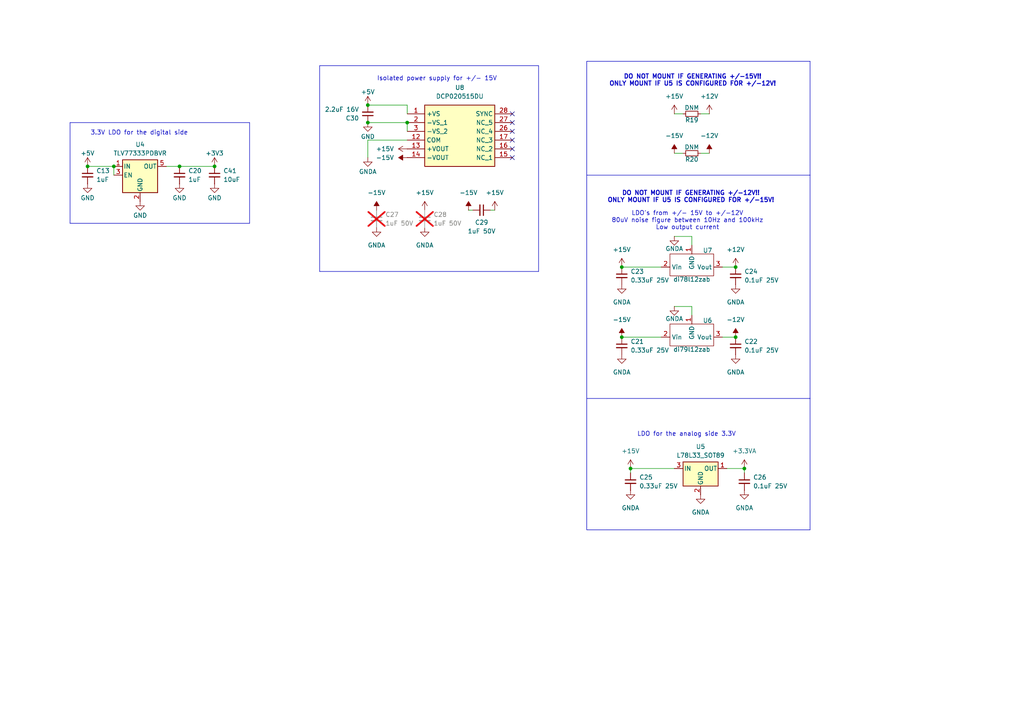
<source format=kicad_sch>
(kicad_sch (version 20231120) (generator "eeschema") (generator_version "8.0")
  (paper "A4")
  (lib_symbols
    (symbol "DCP020515DU:DCP020515DU"
      (property "Reference" "U" (at 26.67 7.62 0))
      (property "Value" "DCP020515DU" (at 26.67 5.08 0))
      (symbol "DCP020515DU_1_1"
        (rectangle (start 5.08 2.54) (end 25.4 -15.24) (stroke (width 0.254)) (fill (type background)))
        (pin passive line (at 0 0 0) (length 5.08) (name "+VS") (number "1"))
        (pin passive line (at 0 -7.62 0) (length 5.08) (name "COM") (number "12"))
        (pin passive line (at 0 -10.16 0) (length 5.08) (name "+VOUT") (number "13"))
        (pin passive line (at 0 -12.7 0) (length 5.08) (name "-VOUT") (number "14"))
        (pin passive line (at 30.48 -12.7 180) (length 5.08) (name "NC_1") (number "15"))
        (pin passive line (at 30.48 -10.16 180) (length 5.08) (name "NC_2") (number "16"))
        (pin passive line (at 30.48 -7.62 180) (length 5.08) (name "NC_3") (number "17"))
        (pin passive line (at 0 -2.54 0) (length 5.08) (name "-VS_1") (number "2"))
        (pin passive line (at 30.48 -5.08 180) (length 5.08) (name "NC_4") (number "26"))
        (pin passive line (at 30.48 -2.54 180) (length 5.08) (name "NC_5") (number "27"))
        (pin passive line (at 30.48 0 180) (length 5.08) (name "SYNC") (number "28"))
        (pin passive line (at 0 -5.08 0) (length 5.08) (name "-VS_2") (number "3"))
      )
    )
    (symbol "Device:C_Small" (pin_numbers hide) (pin_names (offset 0.254) hide)
      (property "Reference" "C" (at 0.254 1.778 0))
      (property "Value" "C_Small" (at 0.254 -2.032 0))
      (symbol "C_Small_0_1"
        (polyline (pts (xy -1.524 -0.508) (xy 1.524 -0.508)) (stroke (width 0.3302)))
        (polyline (pts (xy -1.524 0.508) (xy 1.524 0.508)) (stroke (width 0.3048)))
      )
      (symbol "C_Small_1_1"
        (pin passive line (at 0 2.54 270) (length 2.032) (name "~") (number "1"))
        (pin passive line (at 0 -2.54 90) (length 2.032) (name "~") (number "2"))
      )
    )
    (symbol "Device:R_Small" (pin_numbers hide) (pin_names (offset 0.254) hide)
      (property "Reference" "R" (at 0.762 0.508 0))
      (property "Value" "R_Small" (at 0.762 -1.016 0))
      (symbol "R_Small_0_1"
        (rectangle (start -0.762 1.778) (end 0.762 -1.778) (stroke (width 0.2032)))
      )
      (symbol "R_Small_1_1"
        (pin passive line (at 0 2.54 270) (length 0.762) (name "~") (number "1"))
        (pin passive line (at 0 -2.54 90) (length 0.762) (name "~") (number "2"))
      )
    )
    (symbol "Regulator_Linear:L78L33_SOT89" (pin_names (offset 0.254))
      (property "Reference" "U" (at -3.81 3.175 0))
      (property "Value" "L78L33_SOT89" (at -0.635 3.175 0))
      (symbol "L78L33_SOT89_0_1"
        (rectangle (start -5.08 1.905) (end 5.08 -5.08) (stroke (width 0.254)) (fill (type background)))
      )
      (symbol "L78L33_SOT89_1_1"
        (pin power_out line (at 7.62 0 180) (length 2.54) (name "OUT") (number "1"))
        (pin power_in line (at 0 -7.62 90) (length 2.54) (name "GND") (number "2"))
        (pin power_in line (at -7.62 0 0) (length 2.54) (name "IN") (number "3"))
      )
    )
    (symbol "Regulator_Linear:TLV71333PDBV" (pin_names (offset 0.254))
      (property "Reference" "U" (at -3.81 5.715 0))
      (property "Value" "TLV71333PDBV" (at 0 5.715 0))
      (symbol "TLV71333PDBV_0_1"
        (rectangle (start -5.08 4.445) (end 5.08 -5.08) (stroke (width 0.254)) (fill (type background)))
      )
      (symbol "TLV71333PDBV_1_1"
        (pin power_in line (at -7.62 2.54 0) (length 2.54) (name "IN") (number "1"))
        (pin power_in line (at 0 -7.62 90) (length 2.54) (name "GND") (number "2"))
        (pin input line (at -7.62 0 0) (length 2.54) (name "EN") (number "3"))
        (pin no_connect line (at 5.08 0 180) (length 2.54) hide (name "NC") (number "4"))
        (pin power_out line (at 7.62 2.54 180) (length 2.54) (name "OUT") (number "5"))
      )
    )
    (symbol "di79l12zab:di79l12zab"
      (property "Reference" "U" (at 8.382 7.366 0))
      (symbol "di79l12zab_0_1"
        (rectangle (start 0 6.35) (end 12.7 0))
      )
      (symbol "di79l12zab_1_1"
        (pin input line (at 6.35 8.89 270) (length 2.54) (name "GND") (number "1"))
        (pin input line (at -2.54 2.54 0) (length 2.54) (name "Vin") (number "2"))
        (pin output line (at 15.24 2.54 180) (length 2.54) (name "Vout") (number "3"))
      )
    )
    (symbol "power:+12V" (power) (pin_numbers hide) (pin_names (offset 0) hide)
      (property "Value" "+12V" (at 0 3.556 0))
      (symbol "+12V_0_1"
        (polyline (pts (xy -0.762 1.27) (xy 0 2.54)))
        (polyline (pts (xy 0 0) (xy 0 2.54)))
        (polyline (pts (xy 0 2.54) (xy 0.762 1.27)))
      )
      (symbol "+12V_1_1"
        (pin power_in line (at 0 0 90) (length 0) (name "~") (number "1"))
      )
    )
    (symbol "power:+15V" (power) (pin_numbers hide) (pin_names (offset 0) hide)
      (property "Value" "+15V" (at 0 3.556 0))
      (symbol "+15V_0_1"
        (polyline (pts (xy -0.762 1.27) (xy 0 2.54)))
        (polyline (pts (xy 0 0) (xy 0 2.54)))
        (polyline (pts (xy 0 2.54) (xy 0.762 1.27)))
      )
      (symbol "+15V_1_1"
        (pin power_in line (at 0 0 90) (length 0) (name "~") (number "1"))
      )
    )
    (symbol "power:+3.3VA" (power) (pin_numbers hide) (pin_names (offset 0) hide)
      (property "Value" "+3.3VA" (at 0 3.556 0))
      (symbol "+3.3VA_0_1"
        (polyline (pts (xy -0.762 1.27) (xy 0 2.54)))
        (polyline (pts (xy 0 0) (xy 0 2.54)))
        (polyline (pts (xy 0 2.54) (xy 0.762 1.27)))
      )
      (symbol "+3.3VA_1_1"
        (pin power_in line (at 0 0 90) (length 0) (name "~") (number "1"))
      )
    )
    (symbol "power:+3V3" (power) (pin_numbers hide) (pin_names (offset 0) hide)
      (property "Value" "+3V3" (at 0 3.556 0))
      (symbol "+3V3_0_1"
        (polyline (pts (xy -0.762 1.27) (xy 0 2.54)))
        (polyline (pts (xy 0 0) (xy 0 2.54)))
        (polyline (pts (xy 0 2.54) (xy 0.762 1.27)))
      )
      (symbol "+3V3_1_1"
        (pin power_in line (at 0 0 90) (length 0) (name "~") (number "1"))
      )
    )
    (symbol "power:+5V" (power) (pin_numbers hide) (pin_names (offset 0) hide)
      (property "Value" "+5V" (at 0 3.556 0))
      (symbol "+5V_0_1"
        (polyline (pts (xy -0.762 1.27) (xy 0 2.54)))
        (polyline (pts (xy 0 0) (xy 0 2.54)))
        (polyline (pts (xy 0 2.54) (xy 0.762 1.27)))
      )
      (symbol "+5V_1_1"
        (pin power_in line (at 0 0 90) (length 0) (name "~") (number "1"))
      )
    )
    (symbol "power:-12V" (power) (pin_numbers hide) (pin_names (offset 0) hide)
      (property "Value" "-12V" (at 0 3.556 0))
      (symbol "-12V_0_0"
        (pin power_in line (at 0 0 90) (length 0) (name "~") (number "1"))
      )
      (symbol "-12V_0_1"
        (polyline (pts (xy 0 0) (xy 0 1.27) (xy 0.762 1.27) (xy 0 2.54) (xy -0.762 1.27) (xy 0 1.27)) (fill (type outline)))
      )
    )
    (symbol "power:-15V" (power) (pin_numbers hide) (pin_names (offset 0) hide)
      (property "Value" "-15V" (at 0 3.556 0))
      (symbol "-15V_0_0"
        (pin power_in line (at 0 0 90) (length 0) (name "~") (number "1"))
      )
      (symbol "-15V_0_1"
        (polyline (pts (xy 0 0) (xy 0 1.27) (xy 0.762 1.27) (xy 0 2.54) (xy -0.762 1.27) (xy 0 1.27)) (fill (type outline)))
      )
    )
    (symbol "power:GND" (power) (pin_numbers hide) (pin_names (offset 0) hide)
      (property "Value" "GND" (at 0 -3.81 0))
      (symbol "GND_0_1"
        (polyline (pts (xy 0 0) (xy 0 -1.27) (xy 1.27 -1.27) (xy 0 -2.54) (xy -1.27 -1.27) (xy 0 -1.27)))
      )
      (symbol "GND_1_1"
        (pin power_in line (at 0 0 270) (length 0) (name "~") (number "1"))
      )
    )
    (symbol "power:GNDA" (power) (pin_numbers hide) (pin_names (offset 0) hide)
      (property "Value" "GNDA" (at 0 -3.81 0))
      (symbol "GNDA_0_1"
        (polyline (pts (xy 0 0) (xy 0 -1.27) (xy 1.27 -1.27) (xy 0 -2.54) (xy -1.27 -1.27) (xy 0 -1.27)))
      )
      (symbol "GNDA_1_1"
        (pin power_in line (at 0 0 270) (length 0) (name "~") (number "1"))
      )
    )
  )
  (junction (at 213.36 97.79))
  (junction (at 213.36 77.47))
  (junction (at 52.07 48.26))
  (junction (at 25.4 48.26))
  (junction (at 106.68 30.48))
  (junction (at 182.88 135.89))
  (junction (at 215.9 135.89))
  (junction (at 180.34 97.79))
  (junction (at 33.02 48.26))
  (junction (at 62.23 48.26))
  (junction (at 106.68 35.56))
  (junction (at 118.11 35.56))
  (junction (at 180.34 77.47))
  (no_connect (at 148.59 45.72))
  (no_connect (at 148.59 35.56))
  (no_connect (at 148.59 38.1))
  (no_connect (at 148.59 43.18))
  (no_connect (at 148.59 40.64))
  (no_connect (at 148.59 33.02))
  (polyline (pts (xy 234.95 17.78) (xy 234.95 50.8)))
  (wire (pts (xy 33.02 48.26) (xy 33.02 50.8)))
  (wire (pts (xy 195.58 88.9) (xy 200.66 88.9)))
  (wire (pts (xy 213.36 97.79) (xy 209.55 97.79)))
  (wire (pts (xy 135.89 60.96) (xy 137.16 60.96)))
  (polyline (pts (xy 156.21 19.05) (xy 156.21 78.74)))
  (wire (pts (xy 52.07 48.26) (xy 48.26 48.26)))
  (polyline (pts (xy 170.18 17.78) (xy 234.95 17.78)))
  (wire (pts (xy 106.68 45.72) (xy 106.68 40.64)))
  (wire (pts (xy 180.34 97.79) (xy 191.77 97.79)))
  (wire (pts (xy 52.07 48.26) (xy 62.23 48.26)))
  (polyline (pts (xy 170.18 153.67) (xy 170.18 115.57)))
  (wire (pts (xy 106.68 35.56) (xy 118.11 35.56)))
  (wire (pts (xy 210.82 135.89) (xy 215.9 135.89)))
  (wire (pts (xy 106.68 40.64) (xy 118.11 40.64)))
  (polyline (pts (xy 234.95 153.67) (xy 170.18 153.67)))
  (polyline (pts (xy 234.95 50.8) (xy 170.18 50.8)))
  (wire (pts (xy 143.51 60.96) (xy 142.24 60.96)))
  (wire (pts (xy 195.58 68.58) (xy 200.66 68.58)))
  (polyline (pts (xy 234.95 50.8) (xy 234.95 115.57)))
  (wire (pts (xy 200.66 68.58) (xy 200.66 71.12)))
  (wire (pts (xy 182.88 135.89) (xy 182.88 137.16)))
  (wire (pts (xy 195.58 135.89) (xy 182.88 135.89)))
  (wire (pts (xy 106.68 30.48) (xy 118.11 30.48)))
  (wire (pts (xy 118.11 30.48) (xy 118.11 33.02)))
  (polyline (pts (xy 92.71 19.05) (xy 92.71 78.74)))
  (polyline (pts (xy 234.95 115.57) (xy 234.95 153.67)))
  (wire (pts (xy 118.11 35.56) (xy 118.11 38.1)))
  (wire (pts (xy 200.66 88.9) (xy 200.66 91.44)))
  (wire (pts (xy 198.12 33.02) (xy 195.58 33.02)))
  (wire (pts (xy 203.2 33.02) (xy 205.74 33.02)))
  (polyline (pts (xy 170.18 17.78) (xy 170.18 50.8)))
  (polyline (pts (xy 92.71 19.05) (xy 156.21 19.05)))
  (wire (pts (xy 213.36 77.47) (xy 209.55 77.47)))
  (wire (pts (xy 205.74 44.45) (xy 203.2 44.45)))
  (polyline (pts (xy 20.32 35.56) (xy 72.39 35.56)))
  (polyline (pts (xy 156.21 78.74) (xy 92.71 78.74)))
  (wire (pts (xy 198.12 44.45) (xy 195.58 44.45)))
  (wire (pts (xy 25.4 48.26) (xy 33.02 48.26)))
  (wire (pts (xy 215.9 135.89) (xy 215.9 137.16)))
  (polyline (pts (xy 72.39 64.77) (xy 20.32 64.77)))
  (polyline (pts (xy 170.18 50.8) (xy 170.18 115.57)))
  (polyline (pts (xy 72.39 35.56) (xy 72.39 64.77)))
  (polyline (pts (xy 20.32 35.56) (xy 20.32 64.77)))
  (wire (pts (xy 180.34 77.47) (xy 191.77 77.47)))
  (polyline (pts (xy 170.18 115.57) (xy 234.95 115.57)))
  (text "DO NOT MOUNT IF GENERATING +/-15V!!\nONLY MOUNT IF U5 IS CONFIGURED FOR +/-12V!" (at 200.914 23.368 0) (effects (font (size 1.27 1.27) (thickness 0.254) (bold yes))))
  (text "LDO's from +/- 15V to +/-12V\n80uV noise figure between 10Hz and 100kHz\nLow output current" (at 199.39 64.008 0) (effects (font (size 1.27 1.27))))
  (text "LDO for the analog side 3.3V" (at 199.136 125.984 0) (effects (font (size 1.27 1.27))))
  (text "DO NOT MOUNT IF GENERATING +/-12V!!\nONLY MOUNT IF U5 IS CONFIGURED FOR +/-15V!" (at 200.406 57.15 0) (effects (font (size 1.27 1.27) (thickness 0.254) (bold yes))))
  (text "Isolated power supply for +/- 15V" (at 126.746 22.86 0) (effects (font (size 1.27 1.27))))
  (text "3.3V LDO for the digital side" (at 40.386 38.608 0) (effects (font (size 1.27 1.27))))
  (symbol (lib_id "power:GNDA") (at 213.36 82.55 0) (unit 1)
    (property "Reference" "#PWR49" (effects (hide yes)))
    (property "Value" "GNDA" (at 213.36 87.63 0))
    (property "Description" "Power symbol creates a global label with name \"GNDA\" , analog ground" (effects (hide yes)))
  )
  (symbol (lib_id "power:GNDA") (at 213.36 102.87 0) (unit 1)
    (property "Reference" "#PWR54" (effects (hide yes)))
    (property "Value" "GNDA" (at 213.36 107.95 0))
    (property "Description" "Power symbol creates a global label with name \"GNDA\" , analog ground" (effects (hide yes)))
  )
  (symbol (lib_id "Device:C_Small") (at 106.68 33.02 180) (unit 1)
    (property "Reference" "C30" (at 104.14 34.2838 0) (effects (justify left)))
    (property "Value" "2.2uF 16V" (at 104.14 31.7438 0) (effects (justify left)))
    (property "Footprint" "Capacitor_SMD:C_0603_1608Metric" (effects (hide yes)))
    (property "Description" "Unpolarized capacitor, small symbol" (effects (hide yes)))
  )
  (symbol (lib_id "power:+15V") (at 118.11 43.18 90) (unit 1)
    (property "Reference" "#PWR66" (effects (hide yes)))
    (property "Value" "+15V" (at 114.3 43.1799 90) (effects (justify left)))
    (property "Description" "Power symbol creates a global label with name \"+15V\"" (effects (hide yes)))
  )
  (symbol (lib_id "power:GND") (at 62.23 53.34 0) (unit 1)
    (property "Reference" "#PWR82" (effects (hide yes)))
    (property "Value" "GND" (at 62.23 57.404 0))
    (property "Description" "Power symbol creates a global label with name \"GND\" , ground" (effects (hide yes)))
  )
  (symbol (lib_id "power:+15V") (at 195.58 33.02 0) (unit 1)
    (property "Reference" "#PWR94" (effects (hide yes)))
    (property "Value" "+15V" (at 195.58 27.94 0))
    (property "Description" "Power symbol creates a global label with name \"+15V\"" (effects (hide yes)))
  )
  (symbol (lib_id "Device:C_Small") (at 215.9 139.7 0) (unit 1)
    (property "Reference" "C26" (at 218.44 138.4362 0) (effects (justify left)))
    (property "Value" "0.1uF 25V" (at 218.44 140.9762 0) (effects (justify left)))
    (property "Footprint" "Capacitor_SMD:C_0603_1608Metric" (effects (hide yes)))
    (property "Description" "Unpolarized capacitor, small symbol" (effects (hide yes)))
  )
  (symbol (lib_id "power:GNDA") (at 203.2 143.51 0) (unit 1)
    (property "Reference" "#PWR57" (effects (hide yes)))
    (property "Value" "GNDA" (at 203.2 148.59 0))
    (property "Description" "Power symbol creates a global label with name \"GNDA\" , analog ground" (effects (hide yes)))
  )
  (symbol (lib_id "power:-15V") (at 195.58 44.45 0) (unit 1)
    (property "Reference" "#PWR92" (effects (hide yes)))
    (property "Value" "-15V" (at 195.58 39.37 0))
    (property "Description" "Power symbol creates a global label with name \"-15V\"" (effects (hide yes)))
  )
  (symbol (lib_id "power:+12V") (at 213.36 77.47 0) (unit 1)
    (property "Reference" "#PWR53" (effects (hide yes)))
    (property "Value" "+12V" (at 213.36 72.39 0))
    (property "Description" "Power symbol creates a global label with name \"+12V\"" (effects (hide yes)))
  )
  (symbol (lib_id "Device:C_Small") (at 213.36 100.33 0) (unit 1)
    (property "Reference" "C22" (at 215.9 99.0662 0) (effects (justify left)))
    (property "Value" "0.1uF 25V" (at 215.9 101.6062 0) (effects (justify left)))
    (property "Footprint" "Capacitor_SMD:C_0603_1608Metric" (effects (hide yes)))
    (property "Description" "Unpolarized capacitor, small symbol" (effects (hide yes)))
  )
  (symbol (lib_id "di79l12zab:di79l12zab") (at 194.31 80.01 0) (unit 1)
    (property "Reference" "U7" (at 205.232 72.644 0))
    (property "Value" "di78l12zab" (at 200.66 81.026 0))
    (property "Footprint" "Package_TO_SOT_THT:TO-92" (effects (hide yes)))
  )
  (symbol (lib_id "Device:R_Small") (at 200.66 44.45 270) (unit 1)
    (property "Reference" "R20" (at 200.66 46.228 90))
    (property "Value" "DNM" (at 200.66 42.672 90))
    (property "Footprint" "Resistor_SMD:R_0402_1005Metric" (effects (hide yes)))
    (property "Description" "Resistor, small symbol" (effects (hide yes)))
  )
  (symbol (lib_id "power:-15V") (at 135.89 60.96 0) (unit 1)
    (property "Reference" "#PWR69" (effects (hide yes)))
    (property "Value" "-15V" (at 135.89 55.88 0))
    (property "Description" "Power symbol creates a global label with name \"-15V\"" (effects (hide yes)))
  )
  (symbol (lib_id "Device:C_Small") (at 180.34 80.01 0) (unit 1)
    (property "Reference" "C23" (at 182.88 78.7462 0) (effects (justify left)))
    (property "Value" "0.33uF 25V" (at 182.88 81.2862 0) (effects (justify left)))
    (property "Footprint" "Capacitor_SMD:C_0603_1608Metric" (effects (hide yes)))
    (property "Description" "Unpolarized capacitor, small symbol" (effects (hide yes)))
  )
  (symbol (lib_id "power:GND") (at 106.68 35.56 0) (unit 1)
    (property "Reference" "#PWR73" (effects (hide yes)))
    (property "Value" "GND" (at 106.68 39.624 0))
    (property "Description" "Power symbol creates a global label with name \"GND\" , ground" (effects (hide yes)))
  )
  (symbol (lib_id "power:+15V") (at 182.88 135.89 0) (unit 1)
    (property "Reference" "#PWR62" (effects (hide yes)))
    (property "Value" "+15V" (at 182.88 130.81 0))
    (property "Description" "Power symbol creates a global label with name \"+15V\"" (effects (hide yes)))
  )
  (symbol (lib_id "Device:C_Small") (at 213.36 80.01 0) (unit 1)
    (property "Reference" "C24" (at 215.9 78.7462 0) (effects (justify left)))
    (property "Value" "0.1uF 25V" (at 215.9 81.2862 0) (effects (justify left)))
    (property "Footprint" "Capacitor_SMD:C_0603_1608Metric" (effects (hide yes)))
    (property "Description" "Unpolarized capacitor, small symbol" (effects (hide yes)))
  )
  (symbol (lib_id "power:-15V") (at 109.22 60.96 0) (unit 1)
    (property "Reference" "#PWR68" (effects (hide yes)))
    (property "Value" "-15V" (at 109.22 55.88 0))
    (property "Description" "Power symbol creates a global label with name \"-15V\"" (effects (hide yes)))
  )
  (symbol (lib_id "power:+3.3VA") (at 215.9 135.89 0) (unit 1)
    (property "Reference" "#PWR61" (effects (hide yes)))
    (property "Value" "+3.3VA" (at 215.9 130.81 0))
    (property "Description" "Power symbol creates a global label with name \"+3.3VA\"" (effects (hide yes)))
  )
  (symbol (lib_id "Device:C_Small") (at 52.07 50.8 0) (unit 1)
    (property "Reference" "C20" (at 54.61 49.5362 0) (effects (justify left)))
    (property "Value" "1uF" (at 54.61 52.0762 0) (effects (justify left)))
    (property "Footprint" "Capacitor_SMD:C_0603_1608Metric" (effects (hide yes)))
    (property "Description" "Unpolarized capacitor, small symbol" (effects (hide yes)))
  )
  (symbol (lib_id "power:+15V") (at 123.19 60.96 0) (unit 1)
    (property "Reference" "#PWR70" (effects (hide yes)))
    (property "Value" "+15V" (at 123.19 55.88 0))
    (property "Description" "Power symbol creates a global label with name \"+15V\"" (effects (hide yes)))
  )
  (symbol (lib_id "Device:C_Small") (at 25.4 50.8 0) (unit 1)
    (property "Reference" "C13" (at 27.94 49.5362 0) (effects (justify left)))
    (property "Value" "1uF" (at 27.94 52.0762 0) (effects (justify left)))
    (property "Footprint" "Capacitor_SMD:C_0603_1608Metric" (effects (hide yes)))
    (property "Description" "Unpolarized capacitor, small symbol" (effects (hide yes)))
  )
  (symbol (lib_id "power:GNDA") (at 106.68 45.72 0) (unit 1)
    (property "Reference" "#PWR63" (effects (hide yes)))
    (property "Value" "GNDA" (at 106.68 49.784 0))
    (property "Description" "Power symbol creates a global label with name \"GNDA\" , analog ground" (effects (hide yes)))
  )
  (symbol (lib_id "power:-12V") (at 213.36 97.79 0) (unit 1)
    (property "Reference" "#PWR52" (effects (hide yes)))
    (property "Value" "-12V" (at 213.36 92.71 0))
    (property "Description" "Power symbol creates a global label with name \"-12V\"" (effects (hide yes)))
  )
  (symbol (lib_id "power:GNDA") (at 195.58 68.58 0) (unit 1)
    (property "Reference" "#PWR50" (effects (hide yes)))
    (property "Value" "GNDA" (at 195.58 72.136 0))
    (property "Description" "Power symbol creates a global label with name \"GNDA\" , analog ground" (effects (hide yes)))
  )
  (symbol (lib_id "Regulator_Linear:L78L33_SOT89") (at 203.2 135.89 0) (unit 1)
    (property "Reference" "U5" (at 203.2 129.54 0))
    (property "Value" "L78L33_SOT89" (at 203.2 132.08 0))
    (property "Footprint" "Package_TO_SOT_SMD:SOT-89-3" (effects (hide yes)))
    (property "Datasheet" "http://www.st.com/content/ccc/resource/technical/document/datasheet/15/55/e5/aa/23/5b/43/fd/CD00000446.pdf/files/CD00000446.pdf/jcr:content/translations/en.CD00000446.pdf" (effects (hide yes)))
    (property "Description" "Positive 100mA 30V Linear Regulator, Fixed Output 3.3V, SOT-89" (effects (hide yes)))
  )
  (symbol (lib_id "power:GNDA") (at 109.22 66.04 0) (unit 1)
    (property "Reference" "#PWR64" (effects (hide yes)))
    (property "Value" "GNDA" (at 109.22 71.12 0))
    (property "Description" "Power symbol creates a global label with name \"GNDA\" , analog ground" (effects (hide yes)))
  )
  (symbol (lib_id "power:+15V") (at 143.51 60.96 0) (unit 1)
    (property "Reference" "#PWR71" (effects (hide yes)))
    (property "Value" "+15V" (at 143.51 55.88 0))
    (property "Description" "Power symbol creates a global label with name \"+15V\"" (effects (hide yes)))
  )
  (symbol (lib_id "power:GNDA") (at 180.34 82.55 0) (unit 1)
    (property "Reference" "#PWR48" (effects (hide yes)))
    (property "Value" "GNDA" (at 180.34 87.63 0))
    (property "Description" "Power symbol creates a global label with name \"GNDA\" , analog ground" (effects (hide yes)))
  )
  (symbol (lib_id "DCP020515DU:DCP020515DU") (at 118.11 33.02 0) (unit 1)
    (property "Reference" "U8" (at 133.35 25.4 0))
    (property "Value" "DCP020515DU" (at 133.35 27.94 0))
    (property "Footprint" "DCP020515DU:DVB0012A" (effects (hide yes)))
    (property "Datasheet" "http://www.ti.com/lit/gpn/dcp020515d" (effects (hide yes)))
    (property "Description" "Miniature, 2W Isolated Unregulated DC/DC Converters" (effects (hide yes)))
    (property "Mouser Part Number" "595-DCP020515DU" (effects (hide yes)))
    (property "Mouser Price/Stock" "https://www.mouser.co.uk/ProductDetail/Texas-Instruments/DCP020515DU?qs=vul0MlC%2Fa1f0XecnStIIPA%3D%3D" (effects (hide yes)))
    (property "Manufacturer_Name" "Texas Instruments" (effects (hide yes)))
    (property "Manufacturer_Part_Number" "DCP020515DU" (effects (hide yes)))
  )
  (symbol (lib_id "power:GNDA") (at 215.9 142.24 0) (unit 1)
    (property "Reference" "#PWR60" (effects (hide yes)))
    (property "Value" "GNDA" (at 215.9 147.32 0))
    (property "Description" "Power symbol creates a global label with name \"GNDA\" , analog ground" (effects (hide yes)))
  )
  (symbol (lib_id "Device:C_Small") (at 123.19 63.5 0) (unit 1) (dnp yes)
    (property "Reference" "C28" (at 125.73 62.2362 0) (effects (justify left)))
    (property "Value" "1uF 50V" (at 125.73 64.7762 0) (effects (justify left)))
    (property "Footprint" "Capacitor_SMD:C_0603_1608Metric" (effects (hide yes)))
    (property "Description" "Unpolarized capacitor, small symbol" (effects (hide yes)))
  )
  (symbol (lib_id "power:GNDA") (at 195.58 88.9 0) (unit 1)
    (property "Reference" "#PWR55" (effects (hide yes)))
    (property "Value" "GNDA" (at 195.58 92.456 0))
    (property "Description" "Power symbol creates a global label with name \"GNDA\" , analog ground" (effects (hide yes)))
  )
  (symbol (lib_id "Device:C_Small") (at 182.88 139.7 0) (unit 1)
    (property "Reference" "C25" (at 185.42 138.4362 0) (effects (justify left)))
    (property "Value" "0.33uF 25V" (at 185.42 140.9762 0) (effects (justify left)))
    (property "Footprint" "Capacitor_SMD:C_0603_1608Metric" (effects (hide yes)))
    (property "Description" "Unpolarized capacitor, small symbol" (effects (hide yes)))
  )
  (symbol (lib_id "Regulator_Linear:TLV71333PDBV") (at 40.64 50.8 0) (unit 1)
    (property "Reference" "U4" (at 40.64 41.91 0))
    (property "Value" "TLV77333PDBVR" (at 40.64 44.45 0))
    (property "Footprint" "Package_TO_SOT_SMD:SOT-23-5" (effects (hide yes)))
    (property "Datasheet" "https://www.ti.com/lit/ds/symlink/tlv773.pdf?ts=1742973977176&ref_url=https%253A%252F%252Fwww.ti.com%252Fproduct%252FTLV773%252Fpart-details%252FTLV77318PDBVR" (effects (hide yes)))
    (property "Description" "300mA, Small-Size, High-PSRR, Low-Dropout Regulator" (effects (hide yes)))
  )
  (symbol (lib_id "power:GNDA") (at 180.34 102.87 0) (unit 1)
    (property "Reference" "#PWR56" (effects (hide yes)))
    (property "Value" "GNDA" (at 180.34 107.95 0))
    (property "Description" "Power symbol creates a global label with name \"GNDA\" , analog ground" (effects (hide yes)))
  )
  (symbol (lib_id "power:GNDA") (at 123.19 66.04 0) (unit 1)
    (property "Reference" "#PWR65" (effects (hide yes)))
    (property "Value" "GNDA" (at 123.19 71.12 0))
    (property "Description" "Power symbol creates a global label with name \"GNDA\" , analog ground" (effects (hide yes)))
  )
  (symbol (lib_id "di79l12zab:di79l12zab") (at 194.31 100.33 0) (unit 1)
    (property "Reference" "U6" (at 205.232 92.964 0))
    (property "Value" "di79l12zab" (at 200.66 101.346 0))
    (property "Footprint" "Package_TO_SOT_THT:TO-92" (effects (hide yes)))
  )
  (symbol (lib_id "Device:R_Small") (at 200.66 33.02 270) (unit 1)
    (property "Reference" "R19" (at 200.66 34.798 90))
    (property "Value" "DNM" (at 200.66 31.242 90))
    (property "Footprint" "Resistor_SMD:R_0402_1005Metric" (effects (hide yes)))
    (property "Description" "Resistor, small symbol" (effects (hide yes)))
  )
  (symbol (lib_id "power:+12V") (at 205.74 33.02 0) (unit 1)
    (property "Reference" "#PWR95" (effects (hide yes)))
    (property "Value" "+12V" (at 205.74 27.94 0))
    (property "Description" "Power symbol creates a global label with name \"+12V\"" (effects (hide yes)))
  )
  (symbol (lib_id "Device:C_Small") (at 109.22 63.5 0) (unit 1) (dnp yes)
    (property "Reference" "C27" (at 111.76 62.2362 0) (effects (justify left)))
    (property "Value" "1uF 50V" (at 111.76 64.7762 0) (effects (justify left)))
    (property "Footprint" "Capacitor_SMD:C_0603_1608Metric" (effects (hide yes)))
    (property "Description" "Unpolarized capacitor, small symbol" (effects (hide yes)))
  )
  (symbol (lib_id "Device:C_Small") (at 139.7 60.96 270) (unit 1)
    (property "Reference" "C29" (at 139.7 64.516 90))
    (property "Value" "1uF 50V" (at 139.7 67.056 90))
    (property "Footprint" "Capacitor_SMD:C_0603_1608Metric" (effects (hide yes)))
    (property "Description" "Unpolarized capacitor, small symbol" (effects (hide yes)))
  )
  (symbol (lib_id "power:GND") (at 25.4 53.34 0) (unit 1)
    (property "Reference" "#PWR45" (effects (hide yes)))
    (property "Value" "GND" (at 25.4 57.404 0))
    (property "Description" "Power symbol creates a global label with name \"GND\" , ground" (effects (hide yes)))
  )
  (symbol (lib_id "power:GND") (at 52.07 53.34 0) (unit 1)
    (property "Reference" "#PWR46" (effects (hide yes)))
    (property "Value" "GND" (at 52.07 57.404 0))
    (property "Description" "Power symbol creates a global label with name \"GND\" , ground" (effects (hide yes)))
  )
  (symbol (lib_id "power:+5V") (at 106.68 30.48 0) (unit 1)
    (property "Reference" "#PWR72" (effects (hide yes)))
    (property "Value" "+5V" (at 106.68 26.67 0))
    (property "Description" "Power symbol creates a global label with name \"+5V\"" (effects (hide yes)))
  )
  (symbol (lib_id "power:+15V") (at 180.34 77.47 0) (unit 1)
    (property "Reference" "#PWR58" (effects (hide yes)))
    (property "Value" "+15V" (at 180.34 72.39 0))
    (property "Description" "Power symbol creates a global label with name \"+15V\"" (effects (hide yes)))
  )
  (symbol (lib_id "power:-12V") (at 205.74 44.45 0) (unit 1)
    (property "Reference" "#PWR93" (effects (hide yes)))
    (property "Value" "-12V" (at 205.74 39.37 0))
    (property "Description" "Power symbol creates a global label with name \"-12V\"" (effects (hide yes)))
  )
  (symbol (lib_id "power:+3V3") (at 62.23 48.26 0) (unit 1)
    (property "Reference" "#PWR44" (effects (hide yes)))
    (property "Value" "+3V3" (at 62.23 44.45 0))
    (property "Description" "Power symbol creates a global label with name \"+3V3\"" (effects (hide yes)))
  )
  (symbol (lib_id "power:-15V") (at 180.34 97.79 0) (unit 1)
    (property "Reference" "#PWR51" (effects (hide yes)))
    (property "Value" "-15V" (at 180.34 92.71 0))
    (property "Description" "Power symbol creates a global label with name \"-15V\"" (effects (hide yes)))
  )
  (symbol (lib_id "power:+5V") (at 25.4 48.26 0) (unit 1)
    (property "Reference" "#PWR30" (effects (hide yes)))
    (property "Value" "+5V" (at 25.4 44.45 0))
    (property "Description" "Power symbol creates a global label with name \"+5V\"" (effects (hide yes)))
  )
  (symbol (lib_id "Device:C_Small") (at 180.34 100.33 0) (unit 1)
    (property "Reference" "C21" (at 182.88 99.0662 0) (effects (justify left)))
    (property "Value" "0.33uF 25V" (at 182.88 101.6062 0) (effects (justify left)))
    (property "Footprint" "Capacitor_SMD:C_0603_1608Metric" (effects (hide yes)))
    (property "Description" "Unpolarized capacitor, small symbol" (effects (hide yes)))
  )
  (symbol (lib_id "power:GND") (at 40.64 58.42 0) (unit 1)
    (property "Reference" "#PWR47" (effects (hide yes)))
    (property "Value" "GND" (at 40.64 62.484 0))
    (property "Description" "Power symbol creates a global label with name \"GND\" , ground" (effects (hide yes)))
  )
  (symbol (lib_id "power:-15V") (at 118.11 45.72 90) (unit 1)
    (property "Reference" "#PWR67" (effects (hide yes)))
    (property "Value" "-15V" (at 114.3 45.7199 90) (effects (justify left)))
    (property "Description" "Power symbol creates a global label with name \"-15V\"" (effects (hide yes)))
  )
  (symbol (lib_id "power:GNDA") (at 182.88 142.24 0) (unit 1)
    (property "Reference" "#PWR59" (effects (hide yes)))
    (property "Value" "GNDA" (at 182.88 147.32 0))
    (property "Description" "Power symbol creates a global label with name \"GNDA\" , analog ground" (effects (hide yes)))
  )
  (symbol (lib_id "Device:C_Small") (at 62.23 50.8 0) (unit 1)
    (property "Reference" "C41" (at 64.77 49.5362 0) (effects (justify left)))
    (property "Value" "10uF" (at 64.77 52.0762 0) (effects (justify left)))
    (property "Footprint" "Capacitor_SMD:C_0603_1608Metric" (effects (hide yes)))
    (property "Description" "Unpolarized capacitor, small symbol" (effects (hide yes)))
  )
)
</source>
